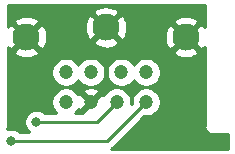
<source format=gtl>
G04 #@! TF.GenerationSoftware,KiCad,Pcbnew,(5.1.0)-1*
G04 #@! TF.CreationDate,2019-10-02T17:07:43-04:00*
G04 #@! TF.ProjectId,MiniDin8Adapter,4d696e69-4469-46e3-9841-646170746572,rev?*
G04 #@! TF.SameCoordinates,Original*
G04 #@! TF.FileFunction,Copper,L1,Top*
G04 #@! TF.FilePolarity,Positive*
%FSLAX46Y46*%
G04 Gerber Fmt 4.6, Leading zero omitted, Abs format (unit mm)*
G04 Created by KiCad (PCBNEW (5.1.0)-1) date 2019-10-02 17:07:43*
%MOMM*%
%LPD*%
G04 APERTURE LIST*
%ADD10C,2.300000*%
%ADD11C,1.200000*%
%ADD12C,0.800000*%
%ADD13C,0.250000*%
%ADD14C,0.254000*%
G04 APERTURE END LIST*
D10*
X147000000Y-103600000D03*
X153750000Y-104400000D03*
X140250000Y-104400000D03*
D11*
X148300000Y-107400000D03*
X145700000Y-107400000D03*
X143600000Y-107400000D03*
X150400000Y-107400000D03*
X147900000Y-109900000D03*
X150400000Y-109900000D03*
X145700000Y-109900000D03*
X143600000Y-109900000D03*
D12*
X141100000Y-111600000D03*
X138950000Y-113200000D03*
D13*
X146200000Y-111600000D02*
X147900000Y-109900000D01*
X141100000Y-111600000D02*
X146200000Y-111600000D01*
X147100000Y-113200000D02*
X150400000Y-109900000D01*
X138950000Y-113200000D02*
X147100000Y-113200000D01*
D14*
G36*
X155340000Y-103578170D02*
G01*
X155272090Y-103451118D01*
X154992349Y-103337256D01*
X153929605Y-104400000D01*
X154992349Y-105462744D01*
X155272090Y-105348882D01*
X155340000Y-105211564D01*
X155340001Y-111967571D01*
X155336807Y-112000000D01*
X155349550Y-112129383D01*
X155387290Y-112253793D01*
X155448575Y-112368450D01*
X155531052Y-112468948D01*
X155631550Y-112551425D01*
X155746207Y-112612710D01*
X155870617Y-112650450D01*
X155967581Y-112660000D01*
X156000000Y-112663193D01*
X156032419Y-112660000D01*
X157340000Y-112660000D01*
X157340000Y-113873000D01*
X147453135Y-113873000D01*
X147524276Y-113834974D01*
X147640001Y-113740001D01*
X147663804Y-113710997D01*
X150246199Y-111128602D01*
X150278363Y-111135000D01*
X150521637Y-111135000D01*
X150760236Y-111087540D01*
X150984992Y-110994443D01*
X151187267Y-110859287D01*
X151359287Y-110687267D01*
X151494443Y-110484992D01*
X151587540Y-110260236D01*
X151635000Y-110021637D01*
X151635000Y-109778363D01*
X151587540Y-109539764D01*
X151494443Y-109315008D01*
X151359287Y-109112733D01*
X151187267Y-108940713D01*
X150984992Y-108805557D01*
X150760236Y-108712460D01*
X150521637Y-108665000D01*
X150278363Y-108665000D01*
X150039764Y-108712460D01*
X149815008Y-108805557D01*
X149612733Y-108940713D01*
X149440713Y-109112733D01*
X149305557Y-109315008D01*
X149212460Y-109539764D01*
X149165000Y-109778363D01*
X149165000Y-110021637D01*
X149171398Y-110053801D01*
X149117976Y-110107222D01*
X149135000Y-110021637D01*
X149135000Y-109778363D01*
X149087540Y-109539764D01*
X148994443Y-109315008D01*
X148859287Y-109112733D01*
X148687267Y-108940713D01*
X148484992Y-108805557D01*
X148260236Y-108712460D01*
X148021637Y-108665000D01*
X147778363Y-108665000D01*
X147539764Y-108712460D01*
X147315008Y-108805557D01*
X147112733Y-108940713D01*
X146940713Y-109112733D01*
X146805557Y-109315008D01*
X146800330Y-109327628D01*
X146773348Y-109277148D01*
X146549764Y-109229841D01*
X145879605Y-109900000D01*
X145893748Y-109914143D01*
X145714143Y-110093748D01*
X145700000Y-110079605D01*
X145029841Y-110749764D01*
X145048934Y-110840000D01*
X144406554Y-110840000D01*
X144559287Y-110687267D01*
X144663882Y-110530729D01*
X144850236Y-110570159D01*
X145520395Y-109900000D01*
X144850236Y-109229841D01*
X144663882Y-109269271D01*
X144559287Y-109112733D01*
X144496790Y-109050236D01*
X145029841Y-109050236D01*
X145700000Y-109720395D01*
X146370159Y-109050236D01*
X146322852Y-108826652D01*
X146101484Y-108725763D01*
X145864687Y-108670000D01*
X145621562Y-108661505D01*
X145381451Y-108700605D01*
X145153582Y-108785798D01*
X145077148Y-108826652D01*
X145029841Y-109050236D01*
X144496790Y-109050236D01*
X144387267Y-108940713D01*
X144184992Y-108805557D01*
X143960236Y-108712460D01*
X143721637Y-108665000D01*
X143478363Y-108665000D01*
X143239764Y-108712460D01*
X143015008Y-108805557D01*
X142812733Y-108940713D01*
X142640713Y-109112733D01*
X142505557Y-109315008D01*
X142412460Y-109539764D01*
X142365000Y-109778363D01*
X142365000Y-110021637D01*
X142412460Y-110260236D01*
X142505557Y-110484992D01*
X142640713Y-110687267D01*
X142793446Y-110840000D01*
X141803711Y-110840000D01*
X141759774Y-110796063D01*
X141590256Y-110682795D01*
X141401898Y-110604774D01*
X141201939Y-110565000D01*
X140998061Y-110565000D01*
X140798102Y-110604774D01*
X140609744Y-110682795D01*
X140440226Y-110796063D01*
X140296063Y-110940226D01*
X140182795Y-111109744D01*
X140104774Y-111298102D01*
X140065000Y-111498061D01*
X140065000Y-111701939D01*
X140104774Y-111901898D01*
X140182795Y-112090256D01*
X140296063Y-112259774D01*
X140440226Y-112403937D01*
X140494198Y-112440000D01*
X139653711Y-112440000D01*
X139609774Y-112396063D01*
X139440256Y-112282795D01*
X139251898Y-112204774D01*
X139051939Y-112165000D01*
X138848061Y-112165000D01*
X138648102Y-112204774D01*
X138624631Y-112214496D01*
X138650450Y-112129383D01*
X138663193Y-112000000D01*
X138660000Y-111967581D01*
X138660000Y-107278363D01*
X142365000Y-107278363D01*
X142365000Y-107521637D01*
X142412460Y-107760236D01*
X142505557Y-107984992D01*
X142640713Y-108187267D01*
X142812733Y-108359287D01*
X143015008Y-108494443D01*
X143239764Y-108587540D01*
X143478363Y-108635000D01*
X143721637Y-108635000D01*
X143960236Y-108587540D01*
X144184992Y-108494443D01*
X144387267Y-108359287D01*
X144559287Y-108187267D01*
X144650000Y-108051506D01*
X144740713Y-108187267D01*
X144912733Y-108359287D01*
X145115008Y-108494443D01*
X145339764Y-108587540D01*
X145578363Y-108635000D01*
X145821637Y-108635000D01*
X146060236Y-108587540D01*
X146284992Y-108494443D01*
X146487267Y-108359287D01*
X146659287Y-108187267D01*
X146794443Y-107984992D01*
X146887540Y-107760236D01*
X146935000Y-107521637D01*
X146935000Y-107278363D01*
X147065000Y-107278363D01*
X147065000Y-107521637D01*
X147112460Y-107760236D01*
X147205557Y-107984992D01*
X147340713Y-108187267D01*
X147512733Y-108359287D01*
X147715008Y-108494443D01*
X147939764Y-108587540D01*
X148178363Y-108635000D01*
X148421637Y-108635000D01*
X148660236Y-108587540D01*
X148884992Y-108494443D01*
X149087267Y-108359287D01*
X149259287Y-108187267D01*
X149350000Y-108051506D01*
X149440713Y-108187267D01*
X149612733Y-108359287D01*
X149815008Y-108494443D01*
X150039764Y-108587540D01*
X150278363Y-108635000D01*
X150521637Y-108635000D01*
X150760236Y-108587540D01*
X150984992Y-108494443D01*
X151187267Y-108359287D01*
X151359287Y-108187267D01*
X151494443Y-107984992D01*
X151587540Y-107760236D01*
X151635000Y-107521637D01*
X151635000Y-107278363D01*
X151587540Y-107039764D01*
X151494443Y-106815008D01*
X151359287Y-106612733D01*
X151187267Y-106440713D01*
X150984992Y-106305557D01*
X150760236Y-106212460D01*
X150521637Y-106165000D01*
X150278363Y-106165000D01*
X150039764Y-106212460D01*
X149815008Y-106305557D01*
X149612733Y-106440713D01*
X149440713Y-106612733D01*
X149350000Y-106748494D01*
X149259287Y-106612733D01*
X149087267Y-106440713D01*
X148884992Y-106305557D01*
X148660236Y-106212460D01*
X148421637Y-106165000D01*
X148178363Y-106165000D01*
X147939764Y-106212460D01*
X147715008Y-106305557D01*
X147512733Y-106440713D01*
X147340713Y-106612733D01*
X147205557Y-106815008D01*
X147112460Y-107039764D01*
X147065000Y-107278363D01*
X146935000Y-107278363D01*
X146887540Y-107039764D01*
X146794443Y-106815008D01*
X146659287Y-106612733D01*
X146487267Y-106440713D01*
X146284992Y-106305557D01*
X146060236Y-106212460D01*
X145821637Y-106165000D01*
X145578363Y-106165000D01*
X145339764Y-106212460D01*
X145115008Y-106305557D01*
X144912733Y-106440713D01*
X144740713Y-106612733D01*
X144650000Y-106748494D01*
X144559287Y-106612733D01*
X144387267Y-106440713D01*
X144184992Y-106305557D01*
X143960236Y-106212460D01*
X143721637Y-106165000D01*
X143478363Y-106165000D01*
X143239764Y-106212460D01*
X143015008Y-106305557D01*
X142812733Y-106440713D01*
X142640713Y-106612733D01*
X142505557Y-106815008D01*
X142412460Y-107039764D01*
X142365000Y-107278363D01*
X138660000Y-107278363D01*
X138660000Y-105642349D01*
X139187256Y-105642349D01*
X139301118Y-105922090D01*
X139616296Y-106077961D01*
X139955826Y-106169349D01*
X140306661Y-106192741D01*
X140655319Y-106147240D01*
X140988400Y-106034594D01*
X141198882Y-105922090D01*
X141312744Y-105642349D01*
X152687256Y-105642349D01*
X152801118Y-105922090D01*
X153116296Y-106077961D01*
X153455826Y-106169349D01*
X153806661Y-106192741D01*
X154155319Y-106147240D01*
X154488400Y-106034594D01*
X154698882Y-105922090D01*
X154812744Y-105642349D01*
X153750000Y-104579605D01*
X152687256Y-105642349D01*
X141312744Y-105642349D01*
X140250000Y-104579605D01*
X139187256Y-105642349D01*
X138660000Y-105642349D01*
X138660000Y-105221830D01*
X138727910Y-105348882D01*
X139007651Y-105462744D01*
X140070395Y-104400000D01*
X140429605Y-104400000D01*
X141492349Y-105462744D01*
X141772090Y-105348882D01*
X141927961Y-105033704D01*
X141979466Y-104842349D01*
X145937256Y-104842349D01*
X146051118Y-105122090D01*
X146366296Y-105277961D01*
X146705826Y-105369349D01*
X147056661Y-105392741D01*
X147405319Y-105347240D01*
X147738400Y-105234594D01*
X147948882Y-105122090D01*
X148062744Y-104842349D01*
X147000000Y-103779605D01*
X145937256Y-104842349D01*
X141979466Y-104842349D01*
X142019349Y-104694174D01*
X142042741Y-104343339D01*
X141997240Y-103994681D01*
X141884594Y-103661600D01*
X141881955Y-103656661D01*
X145207259Y-103656661D01*
X145252760Y-104005319D01*
X145365406Y-104338400D01*
X145477910Y-104548882D01*
X145757651Y-104662744D01*
X146820395Y-103600000D01*
X147179605Y-103600000D01*
X148242349Y-104662744D01*
X148522090Y-104548882D01*
X148567697Y-104456661D01*
X151957259Y-104456661D01*
X152002760Y-104805319D01*
X152115406Y-105138400D01*
X152227910Y-105348882D01*
X152507651Y-105462744D01*
X153570395Y-104400000D01*
X152507651Y-103337256D01*
X152227910Y-103451118D01*
X152072039Y-103766296D01*
X151980651Y-104105826D01*
X151957259Y-104456661D01*
X148567697Y-104456661D01*
X148677961Y-104233704D01*
X148769349Y-103894174D01*
X148792741Y-103543339D01*
X148747240Y-103194681D01*
X148734717Y-103157651D01*
X152687256Y-103157651D01*
X153750000Y-104220395D01*
X154812744Y-103157651D01*
X154698882Y-102877910D01*
X154383704Y-102722039D01*
X154044174Y-102630651D01*
X153693339Y-102607259D01*
X153344681Y-102652760D01*
X153011600Y-102765406D01*
X152801118Y-102877910D01*
X152687256Y-103157651D01*
X148734717Y-103157651D01*
X148634594Y-102861600D01*
X148522090Y-102651118D01*
X148242349Y-102537256D01*
X147179605Y-103600000D01*
X146820395Y-103600000D01*
X145757651Y-102537256D01*
X145477910Y-102651118D01*
X145322039Y-102966296D01*
X145230651Y-103305826D01*
X145207259Y-103656661D01*
X141881955Y-103656661D01*
X141772090Y-103451118D01*
X141492349Y-103337256D01*
X140429605Y-104400000D01*
X140070395Y-104400000D01*
X139007651Y-103337256D01*
X138727910Y-103451118D01*
X138660000Y-103588435D01*
X138660000Y-103157651D01*
X139187256Y-103157651D01*
X140250000Y-104220395D01*
X141312744Y-103157651D01*
X141198882Y-102877910D01*
X140883704Y-102722039D01*
X140544174Y-102630651D01*
X140193339Y-102607259D01*
X139844681Y-102652760D01*
X139511600Y-102765406D01*
X139301118Y-102877910D01*
X139187256Y-103157651D01*
X138660000Y-103157651D01*
X138660000Y-102357651D01*
X145937256Y-102357651D01*
X147000000Y-103420395D01*
X148062744Y-102357651D01*
X147948882Y-102077910D01*
X147633704Y-101922039D01*
X147294174Y-101830651D01*
X146943339Y-101807259D01*
X146594681Y-101852760D01*
X146261600Y-101965406D01*
X146051118Y-102077910D01*
X145937256Y-102357651D01*
X138660000Y-102357651D01*
X138660000Y-101660000D01*
X155340000Y-101660000D01*
X155340000Y-103578170D01*
X155340000Y-103578170D01*
G37*
X155340000Y-103578170D02*
X155272090Y-103451118D01*
X154992349Y-103337256D01*
X153929605Y-104400000D01*
X154992349Y-105462744D01*
X155272090Y-105348882D01*
X155340000Y-105211564D01*
X155340001Y-111967571D01*
X155336807Y-112000000D01*
X155349550Y-112129383D01*
X155387290Y-112253793D01*
X155448575Y-112368450D01*
X155531052Y-112468948D01*
X155631550Y-112551425D01*
X155746207Y-112612710D01*
X155870617Y-112650450D01*
X155967581Y-112660000D01*
X156000000Y-112663193D01*
X156032419Y-112660000D01*
X157340000Y-112660000D01*
X157340000Y-113873000D01*
X147453135Y-113873000D01*
X147524276Y-113834974D01*
X147640001Y-113740001D01*
X147663804Y-113710997D01*
X150246199Y-111128602D01*
X150278363Y-111135000D01*
X150521637Y-111135000D01*
X150760236Y-111087540D01*
X150984992Y-110994443D01*
X151187267Y-110859287D01*
X151359287Y-110687267D01*
X151494443Y-110484992D01*
X151587540Y-110260236D01*
X151635000Y-110021637D01*
X151635000Y-109778363D01*
X151587540Y-109539764D01*
X151494443Y-109315008D01*
X151359287Y-109112733D01*
X151187267Y-108940713D01*
X150984992Y-108805557D01*
X150760236Y-108712460D01*
X150521637Y-108665000D01*
X150278363Y-108665000D01*
X150039764Y-108712460D01*
X149815008Y-108805557D01*
X149612733Y-108940713D01*
X149440713Y-109112733D01*
X149305557Y-109315008D01*
X149212460Y-109539764D01*
X149165000Y-109778363D01*
X149165000Y-110021637D01*
X149171398Y-110053801D01*
X149117976Y-110107222D01*
X149135000Y-110021637D01*
X149135000Y-109778363D01*
X149087540Y-109539764D01*
X148994443Y-109315008D01*
X148859287Y-109112733D01*
X148687267Y-108940713D01*
X148484992Y-108805557D01*
X148260236Y-108712460D01*
X148021637Y-108665000D01*
X147778363Y-108665000D01*
X147539764Y-108712460D01*
X147315008Y-108805557D01*
X147112733Y-108940713D01*
X146940713Y-109112733D01*
X146805557Y-109315008D01*
X146800330Y-109327628D01*
X146773348Y-109277148D01*
X146549764Y-109229841D01*
X145879605Y-109900000D01*
X145893748Y-109914143D01*
X145714143Y-110093748D01*
X145700000Y-110079605D01*
X145029841Y-110749764D01*
X145048934Y-110840000D01*
X144406554Y-110840000D01*
X144559287Y-110687267D01*
X144663882Y-110530729D01*
X144850236Y-110570159D01*
X145520395Y-109900000D01*
X144850236Y-109229841D01*
X144663882Y-109269271D01*
X144559287Y-109112733D01*
X144496790Y-109050236D01*
X145029841Y-109050236D01*
X145700000Y-109720395D01*
X146370159Y-109050236D01*
X146322852Y-108826652D01*
X146101484Y-108725763D01*
X145864687Y-108670000D01*
X145621562Y-108661505D01*
X145381451Y-108700605D01*
X145153582Y-108785798D01*
X145077148Y-108826652D01*
X145029841Y-109050236D01*
X144496790Y-109050236D01*
X144387267Y-108940713D01*
X144184992Y-108805557D01*
X143960236Y-108712460D01*
X143721637Y-108665000D01*
X143478363Y-108665000D01*
X143239764Y-108712460D01*
X143015008Y-108805557D01*
X142812733Y-108940713D01*
X142640713Y-109112733D01*
X142505557Y-109315008D01*
X142412460Y-109539764D01*
X142365000Y-109778363D01*
X142365000Y-110021637D01*
X142412460Y-110260236D01*
X142505557Y-110484992D01*
X142640713Y-110687267D01*
X142793446Y-110840000D01*
X141803711Y-110840000D01*
X141759774Y-110796063D01*
X141590256Y-110682795D01*
X141401898Y-110604774D01*
X141201939Y-110565000D01*
X140998061Y-110565000D01*
X140798102Y-110604774D01*
X140609744Y-110682795D01*
X140440226Y-110796063D01*
X140296063Y-110940226D01*
X140182795Y-111109744D01*
X140104774Y-111298102D01*
X140065000Y-111498061D01*
X140065000Y-111701939D01*
X140104774Y-111901898D01*
X140182795Y-112090256D01*
X140296063Y-112259774D01*
X140440226Y-112403937D01*
X140494198Y-112440000D01*
X139653711Y-112440000D01*
X139609774Y-112396063D01*
X139440256Y-112282795D01*
X139251898Y-112204774D01*
X139051939Y-112165000D01*
X138848061Y-112165000D01*
X138648102Y-112204774D01*
X138624631Y-112214496D01*
X138650450Y-112129383D01*
X138663193Y-112000000D01*
X138660000Y-111967581D01*
X138660000Y-107278363D01*
X142365000Y-107278363D01*
X142365000Y-107521637D01*
X142412460Y-107760236D01*
X142505557Y-107984992D01*
X142640713Y-108187267D01*
X142812733Y-108359287D01*
X143015008Y-108494443D01*
X143239764Y-108587540D01*
X143478363Y-108635000D01*
X143721637Y-108635000D01*
X143960236Y-108587540D01*
X144184992Y-108494443D01*
X144387267Y-108359287D01*
X144559287Y-108187267D01*
X144650000Y-108051506D01*
X144740713Y-108187267D01*
X144912733Y-108359287D01*
X145115008Y-108494443D01*
X145339764Y-108587540D01*
X145578363Y-108635000D01*
X145821637Y-108635000D01*
X146060236Y-108587540D01*
X146284992Y-108494443D01*
X146487267Y-108359287D01*
X146659287Y-108187267D01*
X146794443Y-107984992D01*
X146887540Y-107760236D01*
X146935000Y-107521637D01*
X146935000Y-107278363D01*
X147065000Y-107278363D01*
X147065000Y-107521637D01*
X147112460Y-107760236D01*
X147205557Y-107984992D01*
X147340713Y-108187267D01*
X147512733Y-108359287D01*
X147715008Y-108494443D01*
X147939764Y-108587540D01*
X148178363Y-108635000D01*
X148421637Y-108635000D01*
X148660236Y-108587540D01*
X148884992Y-108494443D01*
X149087267Y-108359287D01*
X149259287Y-108187267D01*
X149350000Y-108051506D01*
X149440713Y-108187267D01*
X149612733Y-108359287D01*
X149815008Y-108494443D01*
X150039764Y-108587540D01*
X150278363Y-108635000D01*
X150521637Y-108635000D01*
X150760236Y-108587540D01*
X150984992Y-108494443D01*
X151187267Y-108359287D01*
X151359287Y-108187267D01*
X151494443Y-107984992D01*
X151587540Y-107760236D01*
X151635000Y-107521637D01*
X151635000Y-107278363D01*
X151587540Y-107039764D01*
X151494443Y-106815008D01*
X151359287Y-106612733D01*
X151187267Y-106440713D01*
X150984992Y-106305557D01*
X150760236Y-106212460D01*
X150521637Y-106165000D01*
X150278363Y-106165000D01*
X150039764Y-106212460D01*
X149815008Y-106305557D01*
X149612733Y-106440713D01*
X149440713Y-106612733D01*
X149350000Y-106748494D01*
X149259287Y-106612733D01*
X149087267Y-106440713D01*
X148884992Y-106305557D01*
X148660236Y-106212460D01*
X148421637Y-106165000D01*
X148178363Y-106165000D01*
X147939764Y-106212460D01*
X147715008Y-106305557D01*
X147512733Y-106440713D01*
X147340713Y-106612733D01*
X147205557Y-106815008D01*
X147112460Y-107039764D01*
X147065000Y-107278363D01*
X146935000Y-107278363D01*
X146887540Y-107039764D01*
X146794443Y-106815008D01*
X146659287Y-106612733D01*
X146487267Y-106440713D01*
X146284992Y-106305557D01*
X146060236Y-106212460D01*
X145821637Y-106165000D01*
X145578363Y-106165000D01*
X145339764Y-106212460D01*
X145115008Y-106305557D01*
X144912733Y-106440713D01*
X144740713Y-106612733D01*
X144650000Y-106748494D01*
X144559287Y-106612733D01*
X144387267Y-106440713D01*
X144184992Y-106305557D01*
X143960236Y-106212460D01*
X143721637Y-106165000D01*
X143478363Y-106165000D01*
X143239764Y-106212460D01*
X143015008Y-106305557D01*
X142812733Y-106440713D01*
X142640713Y-106612733D01*
X142505557Y-106815008D01*
X142412460Y-107039764D01*
X142365000Y-107278363D01*
X138660000Y-107278363D01*
X138660000Y-105642349D01*
X139187256Y-105642349D01*
X139301118Y-105922090D01*
X139616296Y-106077961D01*
X139955826Y-106169349D01*
X140306661Y-106192741D01*
X140655319Y-106147240D01*
X140988400Y-106034594D01*
X141198882Y-105922090D01*
X141312744Y-105642349D01*
X152687256Y-105642349D01*
X152801118Y-105922090D01*
X153116296Y-106077961D01*
X153455826Y-106169349D01*
X153806661Y-106192741D01*
X154155319Y-106147240D01*
X154488400Y-106034594D01*
X154698882Y-105922090D01*
X154812744Y-105642349D01*
X153750000Y-104579605D01*
X152687256Y-105642349D01*
X141312744Y-105642349D01*
X140250000Y-104579605D01*
X139187256Y-105642349D01*
X138660000Y-105642349D01*
X138660000Y-105221830D01*
X138727910Y-105348882D01*
X139007651Y-105462744D01*
X140070395Y-104400000D01*
X140429605Y-104400000D01*
X141492349Y-105462744D01*
X141772090Y-105348882D01*
X141927961Y-105033704D01*
X141979466Y-104842349D01*
X145937256Y-104842349D01*
X146051118Y-105122090D01*
X146366296Y-105277961D01*
X146705826Y-105369349D01*
X147056661Y-105392741D01*
X147405319Y-105347240D01*
X147738400Y-105234594D01*
X147948882Y-105122090D01*
X148062744Y-104842349D01*
X147000000Y-103779605D01*
X145937256Y-104842349D01*
X141979466Y-104842349D01*
X142019349Y-104694174D01*
X142042741Y-104343339D01*
X141997240Y-103994681D01*
X141884594Y-103661600D01*
X141881955Y-103656661D01*
X145207259Y-103656661D01*
X145252760Y-104005319D01*
X145365406Y-104338400D01*
X145477910Y-104548882D01*
X145757651Y-104662744D01*
X146820395Y-103600000D01*
X147179605Y-103600000D01*
X148242349Y-104662744D01*
X148522090Y-104548882D01*
X148567697Y-104456661D01*
X151957259Y-104456661D01*
X152002760Y-104805319D01*
X152115406Y-105138400D01*
X152227910Y-105348882D01*
X152507651Y-105462744D01*
X153570395Y-104400000D01*
X152507651Y-103337256D01*
X152227910Y-103451118D01*
X152072039Y-103766296D01*
X151980651Y-104105826D01*
X151957259Y-104456661D01*
X148567697Y-104456661D01*
X148677961Y-104233704D01*
X148769349Y-103894174D01*
X148792741Y-103543339D01*
X148747240Y-103194681D01*
X148734717Y-103157651D01*
X152687256Y-103157651D01*
X153750000Y-104220395D01*
X154812744Y-103157651D01*
X154698882Y-102877910D01*
X154383704Y-102722039D01*
X154044174Y-102630651D01*
X153693339Y-102607259D01*
X153344681Y-102652760D01*
X153011600Y-102765406D01*
X152801118Y-102877910D01*
X152687256Y-103157651D01*
X148734717Y-103157651D01*
X148634594Y-102861600D01*
X148522090Y-102651118D01*
X148242349Y-102537256D01*
X147179605Y-103600000D01*
X146820395Y-103600000D01*
X145757651Y-102537256D01*
X145477910Y-102651118D01*
X145322039Y-102966296D01*
X145230651Y-103305826D01*
X145207259Y-103656661D01*
X141881955Y-103656661D01*
X141772090Y-103451118D01*
X141492349Y-103337256D01*
X140429605Y-104400000D01*
X140070395Y-104400000D01*
X139007651Y-103337256D01*
X138727910Y-103451118D01*
X138660000Y-103588435D01*
X138660000Y-103157651D01*
X139187256Y-103157651D01*
X140250000Y-104220395D01*
X141312744Y-103157651D01*
X141198882Y-102877910D01*
X140883704Y-102722039D01*
X140544174Y-102630651D01*
X140193339Y-102607259D01*
X139844681Y-102652760D01*
X139511600Y-102765406D01*
X139301118Y-102877910D01*
X139187256Y-103157651D01*
X138660000Y-103157651D01*
X138660000Y-102357651D01*
X145937256Y-102357651D01*
X147000000Y-103420395D01*
X148062744Y-102357651D01*
X147948882Y-102077910D01*
X147633704Y-101922039D01*
X147294174Y-101830651D01*
X146943339Y-101807259D01*
X146594681Y-101852760D01*
X146261600Y-101965406D01*
X146051118Y-102077910D01*
X145937256Y-102357651D01*
X138660000Y-102357651D01*
X138660000Y-101660000D01*
X155340000Y-101660000D01*
X155340000Y-103578170D01*
M02*

</source>
